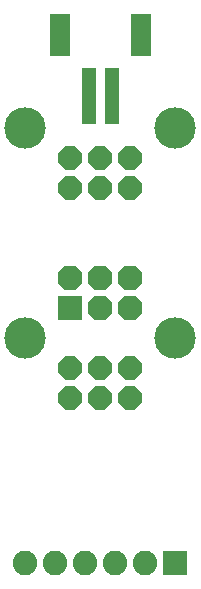
<source format=gbr>
G04 EAGLE Gerber RS-274X export*
G75*
%MOMM*%
%FSLAX34Y34*%
%LPD*%
%INSoldermask Top*%
%IPPOS*%
%AMOC8*
5,1,8,0,0,1.08239X$1,22.5*%
G01*
%ADD10P,2.199416X8X22.500000*%
%ADD11R,2.082800X2.082800*%
%ADD12P,2.254402X8X22.500000*%
%ADD13C,2.082800*%
%ADD14C,3.505200*%
%ADD15R,1.203200X4.803200*%
%ADD16R,1.803200X3.603200*%


D10*
X63500Y177800D03*
X88900Y177800D03*
X114300Y177800D03*
X114300Y203200D03*
X88900Y203200D03*
X63500Y203200D03*
D11*
X63500Y254000D03*
D12*
X63500Y279400D03*
X88900Y254000D03*
X88900Y279400D03*
X114300Y254000D03*
X114300Y279400D03*
D10*
X63500Y355600D03*
X88900Y355600D03*
X114300Y355600D03*
X114300Y381000D03*
X88900Y381000D03*
X63500Y381000D03*
D11*
X152400Y38100D03*
D13*
X127000Y38100D03*
X101600Y38100D03*
X76200Y38100D03*
X50800Y38100D03*
X25400Y38100D03*
D14*
X152400Y228600D03*
X25400Y228600D03*
X25400Y406400D03*
X152400Y406400D03*
D15*
X78900Y432900D03*
X98900Y432900D03*
D16*
X54900Y484900D03*
X122900Y484900D03*
M02*

</source>
